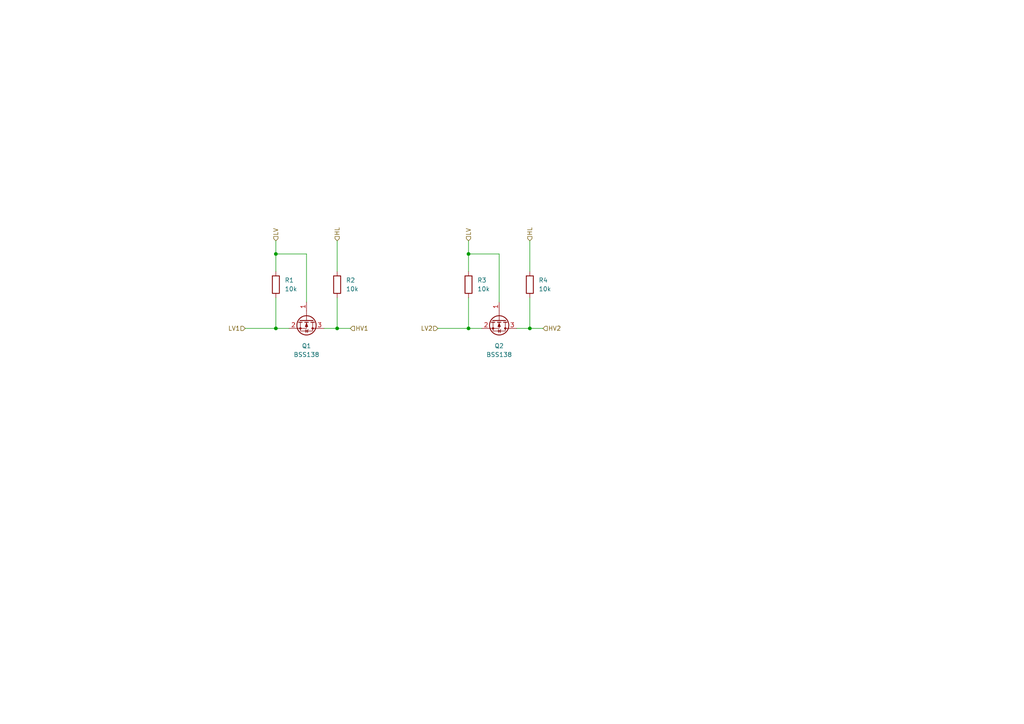
<source format=kicad_sch>
(kicad_sch (version 20211123) (generator eeschema)
  (paper "A4")
  (lib_symbols
    (symbol "Device:R" (pin_numbers hide) (pin_names (offset 0))
      (property "Reference" "R" (at 2.032 0 90))
      (property "Value" "R" (at 0 0 90))
      (symbol "R_0_1"
        (rectangle (start -1.016 -2.54) (end 1.016 2.54) (stroke (width 0.254)))
      )
      (symbol "R_1_1"
        (pin passive line (at 0 3.81 270) (length 1.27) (name "~") (number "1"))
        (pin passive line (at 0 -3.81 90) (length 1.27) (name "~") (number "2"))
      )
    )
    (symbol "Transistor_FET:BSS138" (pin_names hide)
      (property "Reference" "Q" (at 5.08 1.905 0))
      (property "Value" "BSS138" (at 5.08 0 0))
      (symbol "BSS138_0_1"
        (polyline (pts (xy 0.254 0) (xy -2.54 0)))
        (polyline (pts (xy 0.254 1.905) (xy 0.254 -1.905)) (stroke (width 0.254)))
        (polyline (pts (xy 0.762 -1.27) (xy 0.762 -2.286)) (stroke (width 0.254)))
        (polyline (pts (xy 0.762 0.508) (xy 0.762 -0.508)) (stroke (width 0.254)))
        (polyline (pts (xy 0.762 2.286) (xy 0.762 1.27)) (stroke (width 0.254)))
        (polyline (pts (xy 2.54 2.54) (xy 2.54 1.778)))
        (polyline (pts (xy 2.54 -2.54) (xy 2.54 0) (xy 0.762 0)))
        (polyline (pts (xy 0.762 -1.778) (xy 3.302 -1.778) (xy 3.302 1.778) (xy 0.762 1.778)))
        (polyline (pts (xy 1.016 0) (xy 2.032 0.381) (xy 2.032 -0.381) (xy 1.016 0)) (fill (type outline)))
        (polyline (pts (xy 2.794 0.508) (xy 2.921 0.381) (xy 3.683 0.381) (xy 3.81 0.254)))
        (polyline (pts (xy 3.302 0.381) (xy 2.921 -0.254) (xy 3.683 -0.254) (xy 3.302 0.381)))
        (circle (center 1.651 0) (radius 2.794) (stroke (width 0.254)))
        (circle (center 2.54 -1.778) (radius 0.254) (fill (type outline)))
        (circle (center 2.54 1.778) (radius 0.254) (fill (type outline)))
      )
      (symbol "BSS138_1_1"
        (pin input line (at -5.08 0 0) (length 2.54) (name "G") (number "1"))
        (pin passive line (at 2.54 -5.08 90) (length 2.54) (name "S") (number "2"))
        (pin passive line (at 2.54 5.08 270) (length 2.54) (name "D") (number "3"))
      )
    )
  )
  (junction (at 80.01 73.66))
  (junction (at 135.89 73.66))
  (junction (at 97.79 95.25))
  (junction (at 80.01 95.25))
  (junction (at 153.67 95.25))
  (junction (at 135.89 95.25))
  (wire (pts (xy 97.79 86.36) (xy 97.79 95.25)))
  (wire (pts (xy 93.98 95.25) (xy 97.79 95.25)))
  (wire (pts (xy 71.12 95.25) (xy 80.01 95.25)))
  (wire (pts (xy 80.01 73.66) (xy 80.01 78.74)))
  (wire (pts (xy 153.67 95.25) (xy 157.48 95.25)))
  (wire (pts (xy 135.89 86.36) (xy 135.89 95.25)))
  (wire (pts (xy 144.78 87.63) (xy 144.78 73.66)))
  (wire (pts (xy 144.78 73.66) (xy 135.89 73.66)))
  (wire (pts (xy 80.01 86.36) (xy 80.01 95.25)))
  (wire (pts (xy 135.89 73.66) (xy 135.89 78.74)))
  (wire (pts (xy 153.67 86.36) (xy 153.67 95.25)))
  (wire (pts (xy 83.82 95.25) (xy 80.01 95.25)))
  (wire (pts (xy 80.01 69.85) (xy 80.01 73.66)))
  (wire (pts (xy 97.79 95.25) (xy 101.6 95.25)))
  (wire (pts (xy 127 95.25) (xy 135.89 95.25)))
  (wire (pts (xy 135.89 69.85) (xy 135.89 73.66)))
  (wire (pts (xy 88.9 87.63) (xy 88.9 73.66)))
  (wire (pts (xy 97.79 69.85) (xy 97.79 78.74)))
  (wire (pts (xy 139.7 95.25) (xy 135.89 95.25)))
  (wire (pts (xy 149.86 95.25) (xy 153.67 95.25)))
  (wire (pts (xy 88.9 73.66) (xy 80.01 73.66)))
  (wire (pts (xy 153.67 69.85) (xy 153.67 78.74)))
  (hierarchical_label "LV" (shape input) (at 135.89 69.85 90))
  (hierarchical_label "HL" (shape input) (at 97.79 69.85 90))
  (hierarchical_label "LV" (shape input) (at 80.01 69.85 90))
  (hierarchical_label "HL" (shape input) (at 153.67 69.85 90))
  (hierarchical_label "HV1" (shape input) (at 101.6 95.25 0))
  (hierarchical_label "LV2" (shape input) (at 127 95.25 180))
  (hierarchical_label "LV1" (shape input) (at 71.12 95.25 180))
  (hierarchical_label "HV2" (shape input) (at 157.48 95.25 0))
  (symbol (lib_id "Device:R") (at 153.67 82.55 0) (unit 1)
    (property "Reference" "R4" (at 156.21 81.2799 0) (effects (justify left)))
    (property "Value" "10k" (at 156.21 83.8199 0) (effects (justify left)))
    (property "Footprint" "Resistor_SMD:R_0603_1608Metric_Pad0.98x0.95mm_HandSolder" (effects hide))
  )
  (symbol (lib_id "Device:R") (at 80.01 82.55 0) (unit 1)
    (property "Reference" "R1" (at 82.55 81.2799 0) (effects (justify left)))
    (property "Value" "10k" (at 82.55 83.8199 0) (effects (justify left)))
    (property "Footprint" "Resistor_SMD:R_0603_1608Metric_Pad0.98x0.95mm_HandSolder" (effects hide))
  )
  (symbol (lib_id "Transistor_FET:BSS138") (at 88.9 92.71 270) (unit 1)
    (property "Reference" "Q1" (at 88.9 100.33 90))
    (property "Value" "BSS138" (at 88.9 102.87 90))
    (property "Footprint" "Package_TO_SOT_SMD:SOT-23" (effects hide))
    (property "Datasheet" "https://www.onsemi.com/pub/Collateral/BSS138-D.PDF" (effects hide))
  )
  (symbol (lib_id "Device:R") (at 135.89 82.55 0) (unit 1)
    (property "Reference" "R3" (at 138.43 81.2799 0) (effects (justify left)))
    (property "Value" "10k" (at 138.43 83.8199 0) (effects (justify left)))
    (property "Footprint" "Resistor_SMD:R_0603_1608Metric_Pad0.98x0.95mm_HandSolder" (effects hide))
  )
  (symbol (lib_id "Transistor_FET:BSS138") (at 144.78 92.71 270) (unit 1)
    (property "Reference" "Q2" (at 144.78 100.33 90))
    (property "Value" "BSS138" (at 144.78 102.87 90))
    (property "Footprint" "Package_TO_SOT_SMD:SOT-23" (effects hide))
    (property "Datasheet" "https://www.onsemi.com/pub/Collateral/BSS138-D.PDF" (effects hide))
  )
  (symbol (lib_id "Device:R") (at 97.79 82.55 0) (unit 1)
    (property "Reference" "R2" (at 100.33 81.2799 0) (effects (justify left)))
    (property "Value" "10k" (at 100.33 83.8199 0) (effects (justify left)))
    (property "Footprint" "Resistor_SMD:R_0603_1608Metric_Pad0.98x0.95mm_HandSolder" (effects hide))
  )
)
</source>
